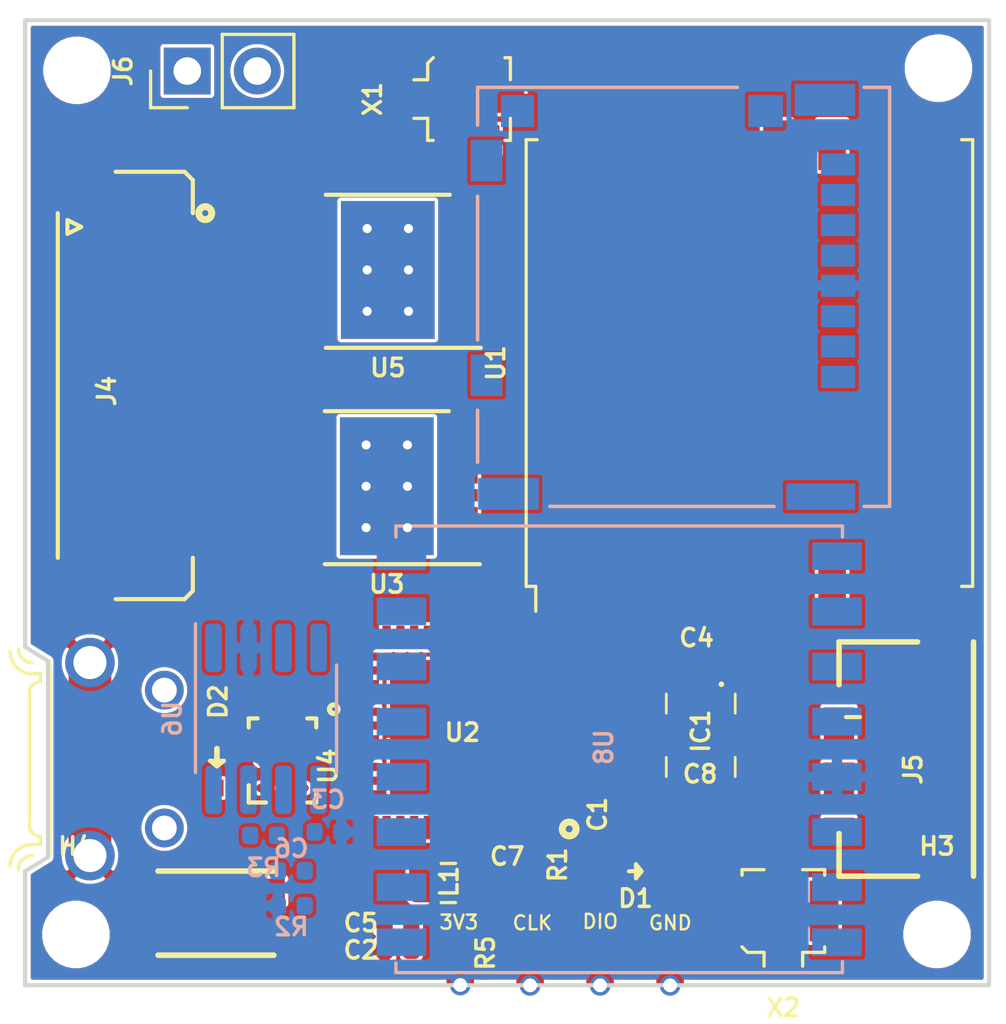
<source format=kicad_pcb>
(kicad_pcb (version 20211014) (generator pcbnew)
  (title_block (title "Project Title"))
  (layers (0 "F.Cu" power "Top") (1 "In1.Cu" mixed) (2 "In2.Cu" mixed) (31 "B.Cu" power "Bottom") (34 "B.Paste" user) (35 "F.Paste" user) (36 "B.SilkS" user "B.Silkscreen") (37 "F.SilkS" user "F.Silkscreen") (38 "B.Mask" user) (39 "F.Mask" user) (44 "Edge.Cuts" user))
  (net 0 "")
  (net 1 "GND")
  (net 2 "/USB+")
  (net 3 "/USB-")
  (net 4 "VUSB")
  (net 5 "/SWDIO")
  (net 6 "/SWCLK")
  (net 7 "/LED1")
  (net 8 "MISO")
  (net 9 "SCK")
  (net 10 "MOSI")
  (net 11 "SDA")
  (net 12 "SCL")
  (net 13 "Net-(J4-Pad1)")
  (net 14 "Net-(J5-Pad1)")
  (net 15 "Net-(U4-PadB1)")
  (net 16 "Net-(D1-Pad1)")
  (net 17 "PA23")
  (net 18 "PA22")
  (net 19 "PA21")
  (net 20 "TX")
  (net 21 "RX")
  (net 22 "Net-(L1-Pad1)")
  (net 23 "DAC0")
  (net 24 "+3V3")
  (net 25 "Net-(U2-Pad24)")
  (net 26 "Net-(U2-Pad23)")
  (net 27 "Net-(U2-Pad22)")
  (net 28 "Net-(U2-Pad20)")
  (net 29 "Net-(D2-Pad1)")
  (net 30 "Net-(J2-Pad4)")
  (net 31 "Net-(J3-Pad1)")
  (net 32 "Net-(U1-Pad9)")
  (net 33 "Net-(U1-Pad11)")
  (net 34 "Net-(U2-Pad37)")
  (net 35 "Net-(U2-Pad27)")
  (net 36 "Net-(U2-Pad16)")
  (net 37 "Net-(C2-Pad1)")
  (net 38 "Net-(U8-Pad7)")
  (net 39 "Net-(U2-Pad11)")
  (net 40 "Net-(U2-Pad28)")
  (net 41 "Net-(U2-Pad29)")
  (net 42 "RF_CS")
  (net 43 "RF_RST")
  (net 44 "RF_DIO3")
  (net 45 "RF_BUSY")
  (net 46 "RF_DIO0")
  (net 47 "RF_DIO1")
  (net 48 "RF_DIO2")
  (net 49 "PA04")
  (net 50 "DAC1")
  (net 51 "PA07")
  (net 52 "CS_IMU")
  (net 53 "Net-(IC1-Pad11)")
  (net 54 "Net-(IC1-Pad10)")
  (net 55 "Net-(IC1-Pad9)")
  (net 56 "Net-(IC1-Pad4)")
  (net 57 "Net-(J3-Pad8)")
  (net 58 "CS_SD")
  (net 59 "Net-(J4-Pad24)")
  (net 60 "Net-(J4-Pad23)")
  (net 61 "Net-(J4-Pad22)")
  (net 62 "Net-(J4-Pad21)")
  (net 63 "Net-(J4-Pad20)")
  (net 64 "Net-(J4-Pad19)")
  (net 65 "Net-(J4-Pad18)")
  (net 66 "Net-(J4-Pad17)")
  (net 67 "Net-(J4-Pad16)")
  (net 68 "Net-(J4-Pad15)")
  (net 69 "Net-(J4-Pad14)")
  (net 70 "Net-(J4-Pad13)")
  (net 71 "Net-(J4-Pad12)")
  (net 72 "Net-(J4-Pad11)")
  (net 73 "Net-(J4-Pad10)")
  (net 74 "Net-(J4-Pad9)")
  (net 75 "Net-(J4-Pad8)")
  (net 76 "Net-(J4-Pad7)")
  (net 77 "Net-(J4-Pad6)")
  (net 78 "Net-(J4-Pad5)")
  (net 79 "Net-(J4-Pad4)")
  (net 80 "Net-(J4-Pad3)")
  (net 81 "Net-(J4-Pad2)")
  (net 82 "Net-(U1-Pad16)")
  (net 83 "Net-(U1-Pad15)")
  (net 84 "Net-(U1-Pad14)")
  (net 85 "RF2_BUSY")
  (net 86 "Net-(U1-Pad7)")
  (net 87 "RF2_RST")
  (net 88 "CS_RF2")
  (net 89 "Net-(U8-Pad9)")
  (net 90 "CS_RF1")
  (net 91 "Net-(J5-Pad10)")
  (net 92 "Net-(J5-Pad9)")
  (net 93 "Net-(J5-Pad8)")
  (net 94 "Net-(J5-Pad7)")
  (net 95 "Net-(J5-Pad6)")
  (net 96 "Net-(J5-Pad5)")
  (net 97 "Net-(J5-Pad4)")
  (net 98 "Net-(J5-Pad3)")
  (net 99 "Net-(J5-Pad2)")
  (net 100 "Net-(U3-Pad17)")
  (net 101 "Net-(U3-Pad16)")
  (net 102 "Net-(U3-Pad15)")
  (net 103 "Net-(U3-Pad14)")
  (net 104 "Net-(U3-Pad13)")
  (net 105 "Net-(U3-Pad12)")
  (net 106 "Net-(U3-Pad11)")
  (net 107 "Net-(U3-Pad10)")
  (net 108 "Net-(U3-Pad9)")
  (net 109 "Net-(U3-Pad8)")
  (net 110 "Net-(U3-Pad7)")
  (net 111 "Net-(U3-Pad6)")
  (net 112 "Net-(U3-Pad5)")
  (net 113 "Net-(U3-Pad4)")
  (net 114 "Net-(U3-Pad3)")
  (net 115 "Net-(U3-Pad2)")
  (net 116 "Net-(U3-Pad1)")
  (net 117 "Net-(U5-Pad17)")
  (net 118 "Net-(U5-Pad16)")
  (net 119 "Net-(U5-Pad15)")
  (net 120 "Net-(U5-Pad14)")
  (net 121 "Net-(U5-Pad13)")
  (net 122 "Net-(U5-Pad12)")
  (net 123 "Net-(U5-Pad11)")
  (net 124 "Net-(U5-Pad10)")
  (net 125 "Net-(U5-Pad9)")
  (net 126 "Net-(U5-Pad8)")
  (net 127 "Net-(U5-Pad7)")
  (net 128 "Net-(U5-Pad6)")
  (net 129 "Net-(U5-Pad5)")
  (net 130 "Net-(U5-Pad4)")
  (net 131 "Net-(U5-Pad3)")
  (net 132 "Net-(U5-Pad2)")
  (net 133 "Net-(U5-Pad1)")
  (net 134 "Net-(R3-Pad2)")
  (net 135 "~{RESET}")
  (net 136 "WDT_WDI")
  (net 137 "Net-(U6-Pad5)")
  (net 138 "Net-(U6-Pad1)")
  (net 139 "BATT_N")
  (net 140 "BATT_P")
  (footprint "Adafruit Feather M4 Express:BTN_KMR2_4.6X2.8" (layer "F.Cu") (at 88.646 106.426)
    (fp_text reference "SW1" hide)
    (fp_text value "KMR231NG LFS" hide)
    (pad "A" smd rect locked (at 2.05 -0.8) (size 0.9 0.9) (layers "F.Cu" "F.Paste" "F.Mask") (net 135 "~{RESET}"))
    (pad "A'" smd rect locked (at -2.05 -0.8) (size 0.9 0.9) (layers "F.Cu" "F.Paste" "F.Mask") (net 135 "~{RESET}"))
    (pad "B" smd rect locked (at 2.05 0.8) (size 0.9 0.9) (layers "F.Cu" "F.Paste" "F.Mask") (net 1 "GND"))
    (pad "B'" smd rect locked (at -2.05 0.8) (size 0.9 0.9) (layers "F.Cu" "F.Paste" "F.Mask") (net 1 "GND"))
  )
  (footprint "ATSAMD51G19A-MU:QFN50P700X700X90-49N-D" (layer "F.Cu") (at 97.5868 99.8728 180)
    (fp_text reference "U2" (at 0 0 180) (layer "F.SilkS") (effects (font (size 0.635 0.635) (thickness 0.127))))
    (fp_text value "ATSAMD51G_TQFN48" hide)
    (pad "1" smd rect locked (at -3.45 -2.75 270) (size 0.3 0.85) (layers "F.Cu" "F.Paste" "F.Mask") (net 45 "RF_BUSY"))
    (pad "2" smd rect locked (at -3.45 -2.25 270) (size 0.3 0.85) (layers "F.Cu" "F.Paste" "F.Mask") (net 44 "RF_DIO3"))
    (pad "3" smd rect locked (at -3.45 -1.75 270) (size 0.3 0.85) (layers "F.Cu" "F.Paste" "F.Mask") (net 23 "DAC0"))
    (pad "4" smd rect locked (at -3.45 -1.25 270) (size 0.3 0.85) (layers "F.Cu" "F.Paste" "F.Mask") (net 24 "+3V3"))
    (pad "5" smd rect locked (at -3.45 -0.75 270) (size 0.3 0.85) (layers "F.Cu" "F.Paste" "F.Mask") (net 1 "GND"))
    (pad "6" smd rect locked (at -3.45 -0.25 270) (size 0.3 0.85) (layers "F.Cu" "F.Paste" "F.Mask") (net 24 "+3V3"))
    (pad "7" smd rect locked (at -3.45 0.25 270) (size 0.3 0.85) (layers "F.Cu" "F.Paste" "F.Mask") (net 20 "TX"))
    (pad "8" smd rect locked (at -3.45 0.75 270) (size 0.3 0.85) (layers "F.Cu" "F.Paste" "F.Mask") (net 21 "RX"))
    (pad "9" smd rect locked (at -3.45 1.25 270) (size 0.3 0.85) (layers "F.Cu" "F.Paste" "F.Mask") (net 49 "PA04"))
    (pad "10" smd rect locked (at -3.45 1.75 270) (size 0.3 0.85) (layers "F.Cu" "F.Paste" "F.Mask") (net 50 "DAC1"))
    (pad "11" smd rect locked (at -3.45 2.25 270) (size 0.3 0.85) (layers "F.Cu" "F.Paste" "F.Mask") (net 39 "Net-(U2-Pad11)"))
    (pad "12" smd rect locked (at -3.45 2.75 270) (size 0.3 0.85) (layers "F.Cu" "F.Paste" "F.Mask") (net 51 "PA07"))
    (pad "13" smd rect locked (at -2.75 3.45 180) (size 0.3 0.85) (layers "F.Cu" "F.Paste" "F.Mask") (net 10 "MOSI"))
    (pad "14" smd rect locked (at -2.25 3.45 180) (size 0.3 0.85) (layers "F.Cu" "F.Paste" "F.Mask") (net 9 "SCK"))
    (pad "15" smd rect locked (at -1.75 3.45 180) (size 0.3 0.85) (layers "F.Cu" "F.Paste" "F.Mask") (net 8 "MISO"))
    (pad "16" smd rect locked (at -1.25 3.45 180) (size 0.3 0.85) (layers "F.Cu" "F.Paste" "F.Mask") (net 36 "Net-(U2-Pad16)"))
    (pad "17" smd rect locked (at -0.75 3.45 180) (size 0.3 0.85) (layers "F.Cu" "F.Paste" "F.Mask") (net 24 "+3V3"))
    (pad "18" smd rect locked (at -0.25 3.45 180) (size 0.3 0.85) (layers "F.Cu" "F.Paste" "F.Mask") (net 1 "GND"))
    (pad "19" smd rect locked (at 0.25 3.45 180) (size 0.3 0.85) (layers "F.Cu" "F.Paste" "F.Mask") (net 42 "RF_CS"))
    (pad "20" smd rect locked (at 0.75 3.45 180) (size 0.3 0.85) (layers "F.Cu" "F.Paste" "F.Mask") (net 28 "Net-(U2-Pad20)"))
    (pad "21" smd rect locked (at 1.25 3.45 180) (size 0.3 0.85) (layers "F.Cu" "F.Paste" "F.Mask") (net 43 "RF_RST"))
    (pad "22" smd rect locked (at 1.75 3.45 180) (size 0.3 0.85) (layers "F.Cu" "F.Paste" "F.Mask") (net 27 "Net-(U2-Pad22)"))
    (pad "23" smd rect locked (at 2.25 3.45 180) (size 0.3 0.85) (layers "F.Cu" "F.Paste" "F.Mask") (net 26 "Net-(U2-Pad23)"))
    (pad "24" smd rect locked (at 2.75 3.45 180) (size 0.3 0.85) (layers "F.Cu" "F.Paste" "F.Mask") (net 25 "Net-(U2-Pad24)"))
    (pad "25" smd rect locked (at 3.45 2.75 270) (size 0.3 0.85) (layers "F.Cu" "F.Paste" "F.Mask") (net 11 "SDA"))
    (pad "26" smd rect locked (at 3.45 2.25 270) (size 0.3 0.85) (layers "F.Cu" "F.Paste" "F.Mask") (net 12 "SCL"))
    (pad "27" smd rect locked (at 3.45 1.75 270) (size 0.3 0.85) (layers "F.Cu" "F.Paste" "F.Mask") (net 35 "Net-(U2-Pad27)"))
    (pad "28" smd rect locked (at 3.45 1.25 270) (size 0.3 0.85) (layers "F.Cu" "F.Paste" "F.Mask") (net 40 "Net-(U2-Pad28)"))
    (pad "29" smd rect locked (at 3.45 0.75 270) (size 0.3 0.85) (layers "F.Cu" "F.Paste" "F.Mask") (net 41 "Net-(U2-Pad29)"))
    (pad "30" smd rect locked (at 3.45 0.25 270) (size 0.3 0.85) (layers "F.Cu" "F.Paste" "F.Mask") (net 19 "PA21"))
    (pad "31" smd rect locked (at 3.45 -0.25 270) (size 0.3 0.85) (layers "F.Cu" "F.Paste" "F.Mask") (net 18 "PA22"))
    (pad "32" smd rect locked (at 3.45 -0.75 270) (size 0.3 0.85) (layers "F.Cu" "F.Paste" "F.Mask") (net 17 "PA23"))
    (pad "33" smd rect locked (at 3.45 -1.25 270) (size 0.3 0.85) (layers "F.Cu" "F.Paste" "F.Mask") (net 3 "/USB-"))
    (pad "34" smd rect locked (at 3.45 -1.75 270) (size 0.3 0.85) (layers "F.Cu" "F.Paste" "F.Mask") (net 2 "/USB+"))
    (pad "35" smd rect locked (at 3.45 -2.25 270) (size 0.3 0.85) (layers "F.Cu" "F.Paste" "F.Mask") (net 1 "GND"))
    (pad "36" smd rect locked (at 3.45 -2.75 270) (size 0.3 0.85) (layers "F.Cu" "F.Paste" "F.Mask") (net 24 "+3V3"))
    (pad "37" smd rect locked (at 2.75 -3.45 180) (size 0.3 0.85) (layers "F.Cu" "F.Paste" "F.Mask") (net 34 "Net-(U2-Pad37)"))
    (pad "38" smd rect locked (at 2.25 -3.45 180) (size 0.3 0.85) (layers "F.Cu" "F.Paste" "F.Mask") (net 48 "RF_DIO2"))
    (pad "39" smd rect locked (at 1.75 -3.45 180) (size 0.3 0.85) (layers "F.Cu" "F.Paste" "F.Mask") (net 47 "RF_DIO1"))
    (pad "40" smd rect locked (at 1.25 -3.45 180) (size 0.3 0.85) (layers "F.Cu" "F.Paste" "F.Mask") (net 135 "~{RESET}"))
    (pad "41" smd rect locked (at 0.75 -3.45 180) (size 0.3 0.85) (layers "F.Cu" "F.Paste" "F.Mask") (net 37 "Net-(C2-Pad1)"))
    (pad "42" smd rect locked (at 0.25 -3.45 180) (size 0.3 0.85) (layers "F.Cu" "F.Paste" "F.Mask") (net 1 "GND"))
    (pad "43" smd rect locked (at -0.25 -3.45 180) (size 0.3 0.85) (layers "F.Cu" "F.Paste" "F.Mask") (net 22 "Net-(L1-Pad1)"))
    (pad "44" smd rect locked (at -0.75 -3.45 180) (size 0.3 0.85) (layers "F.Cu" "F.Paste" "F.Mask") (net 24 "+3V3"))
    (pad "45" smd rect locked (at -1.25 -3.45 180) (size 0.3 0.85) (layers "F.Cu" "F.Paste" "F.Mask") (net 6 "/SWCLK"))
    (pad "46" smd rect locked (at -1.75 -3.45 180) (size 0.3 0.85) (layers "F.Cu" "F.Paste" "F.Mask") (net 5 "/SWDIO"))
    (pad "47" smd rect locked (at -2.25 -3.45 180) (size 0.3 0.85) (layers "F.Cu" "F.Paste" "F.Mask") (net 46 "RF_DIO0"))
    (pad "48" smd rect locked (at -2.75 -3.45 180) (size 0.3 0.85) (layers "F.Cu" "F.Paste" "F.Mask") (net 7 "/LED1"))
    (pad "49" smd rect locked (at 0 0 180) (size 5.25 5.25) (layers "F.Cu" "F.Paste" "F.Mask") (net 1 "GND"))
  )
  (footprint "custom-footprints:10118194-0001LF" (layer "F.Cu") (at 84.074 100.838 -90)
    (fp_text reference "J2" hide)
    (fp_text value "10118194-0001LF" hide)
    (pad "1" smd rect locked (at -1.3 -2.675 90) (size 0.45 1.35) (layers "F.Cu" "F.Paste" "F.Mask") (net 4 "VUSB"))
    (pad "2" smd rect locked (at -0.65 -2.675 90) (size 0.45 1.35) (layers "F.Cu" "F.Paste" "F.Mask") (net 3 "/USB-"))
    (pad "3" smd rect locked (at 0 -2.675 90) (size 0.45 1.35) (layers "F.Cu" "F.Paste" "F.Mask") (net 2 "/USB+"))
    (pad "4" smd rect locked (at 0.65 -2.675 90) (size 0.45 1.35) (layers "F.Cu" "F.Paste" "F.Mask") (net 30 "Net-(J2-Pad4)"))
    (pad "5" smd rect locked (at 1.3 -2.675 90) (size 0.45 1.35) (layers "F.Cu" "F.Paste" "F.Mask") (net 1 "GND"))
    (pad "6" thru_hole circle locked (at -2.5 -2.7 270) (size 1.408 1.408) (drill 0.9) (layers *.Cu *.Mask))
    (pad "7" thru_hole circle locked (at 2.5 -2.7 270) (size 1.408 1.408) (drill 0.9) (layers *.Cu *.Mask))
    (pad "8" thru_hole circle locked (at -3.5 0 270) (size 1.8 1.8) (drill 1.2) (layers *.Cu *.Mask) (net 1 "GND"))
    (pad "9" thru_hole circle locked (at 3.5 0 270) (size 1.8 1.8) (drill 1.2) (layers *.Cu *.Mask) (net 1 "GND"))
    (pad "10" smd rect locked (at -1 0 270) (size 1.5 1.55) (layers "F.Cu" "F.Paste" "F.Mask"))
    (pad "11" smd rect locked (at 1 0 270) (size 1.5 1.55) (layers "F.Cu" "F.Paste" "F.Mask"))
    (pad "12" smd rect locked (at -3.05 0 270) (size 1.5 1.55) (layers "F.Cu" "F.Paste" "F.Mask"))
    (pad "13" smd rect locked (at 3.05 0 270) (size 1.5 1.55) (layers "F.Cu" "F.Paste" "F.Mask"))
  )
  (footprint "Diode_SMD:D_SOD-323" (layer "F.Cu") (at 88.6968 100.838 90)
    (fp_text reference "D2" (at 2.0828 0.0254 90) (layer "F.SilkS") (effects (font (size 0.635 0.635) (thickness 0.127))))
    (fp_text value "RB550V")
    (pad "1" smd rect locked (at -1.05 0 90) (size 0.6 0.45) (layers "F.Cu" "F.Paste" "F.Mask") (net 29 "Net-(D2-Pad1)"))
    (pad "2" smd rect locked (at 1.05 0 90) (size 0.6 0.45) (layers "F.Cu" "F.Paste" "F.Mask") (net 4 "VUSB"))
  )
  (footprint "custom-footprints:TPS82740ASIPR" (layer "F.Cu") (at 91.059 100.8888 90)
    (fp_text reference "U4" (at -0.2032 1.651 90) (layer "F.SilkS") (effects (font (size 0.635 0.635) (thickness 0.127))))
    (fp_text value "TPS82740BSIPR" hide)
    (pad "A1" smd circle locked (at -0.999998 -0.800001 90) (size 0.299999 0.299999) (layers "F.Cu") (net 29 "Net-(D2-Pad1)"))
    (pad "A2" smd circle locked (at 0 -0.800001 90) (size 0.299999 0.299999) (layers "F.Cu") (net 29 "Net-(D2-Pad1)"))
    (pad "A3" smd circle locked (at 1.000001 -0.800001 90) (size 0.299999 0.299999) (layers "F.Cu") (net 29 "Net-(D2-Pad1)"))
    (pad "B1" smd circle locked (at -0.999998 -0.000003 90) (size 0.299999 0.299999) (layers "F.Cu") (net 15 "Net-(U4-PadB1)"))
    (pad "B2" smd circle locked (at 0 0 90) (size 0.299999 0.299999) (layers "F.Cu") (net 1 "GND"))
    (pad "B3" smd circle locked (at 1.000001 -0.000003 90) (size 0.299999 0.299999) (layers "F.Cu") (net 29 "Net-(D2-Pad1)"))
    (pad "C1" smd circle locked (at -0.999998 0.799998 90) (size 0.299999 0.299999) (layers "F.Cu") (net 24 "+3V3"))
    (pad "C2" smd circle locked (at 0 0.799998 90) (size 0.299999 0.299999) (layers "F.Cu") (net 1 "GND"))
    (pad "C3" smd circle locked (at 1.000001 0.799998 90) (size 0.299999 0.299999) (layers "F.Cu") (net 29 "Net-(D2-Pad1)"))
  )
  (footprint "Capacitor_SMD:C_0402_1005Metric" (layer "F.Cu") (at 95.25 107.76712 180)
    (fp_text reference "C2" (at 1.3462 -0.0016 180) (layer "F.SilkS") (effects (font (size 0.635 0.635) (thickness 0.127))))
    (fp_text value "10uF")
    (pad "1" smd roundrect locked (at -0.485 0 180) (size 0.59 0.64) (layers "F.Cu" "F.Paste" "F.Mask") (net 37 "Net-(C2-Pad1)"))
    (pad "2" smd roundrect locked (at 0.485 0 180) (size 0.59 0.64) (layers "F.Cu" "F.Paste" "F.Mask") (net 1 "GND"))
  )
  (footprint "Capacitor_SMD:C_0402_1005Metric" (layer "F.Cu") (at 95.25 106.7816 180)
    (fp_text reference "C5" (at 1.3462 -0.0016 180) (layer "F.SilkS") (effects (font (size 0.635 0.635) (thickness 0.127))))
    (fp_text value "1uF")
    (pad "1" smd roundrect locked (at -0.485 0 180) (size 0.59 0.64) (layers "F.Cu" "F.Paste" "F.Mask") (net 37 "Net-(C2-Pad1)"))
    (pad "2" smd roundrect locked (at 0.485 0 180) (size 0.59 0.64) (layers "F.Cu" "F.Paste" "F.Mask") (net 1 "GND"))
  )
  (footprint "Inductor_SMD:L_0805_2012Metric" (layer "F.Cu") (at 97.0788 105.3338 180)
    (fp_text reference "L1" (at -0.0254 0.0508 270) (layer "F.SilkS") (effects (font (size 0.635 0.635) (thickness 0.127))))
    (fp_text value "10uH")
    (pad "1" smd roundrect locked (at -0.9375 0 180) (size 0.975 1.4) (layers "F.Cu" "F.Paste" "F.Mask") (net 22 "Net-(L1-Pad1)"))
    (pad "2" smd roundrect locked (at 0.9375 0 180) (size 0.975 1.4) (layers "F.Cu" "F.Paste" "F.Mask") (net 37 "Net-(C2-Pad1)"))
  )
  (footprint "Capacitor_SMD:C_0402_1005Metric" (layer "F.Cu") (at 99.2124 105.6132 -90)
    (fp_text reference "C7" (at -1.2446 0) (layer "F.SilkS") (effects (font (size 0.635 0.635) (thickness 0.127))))
    (fp_text value "10uF")
    (pad "1" smd roundrect locked (at -0.485 0 270) (size 0.59 0.64) (layers "F.Cu" "F.Paste" "F.Mask") (net 24 "+3V3"))
    (pad "2" smd roundrect locked (at 0.485 0 270) (size 0.59 0.64) (layers "F.Cu" "F.Paste" "F.Mask") (net 1 "GND"))
  )
  (footprint "Capacitor_SMD:C_0402_1005Metric" (layer "F.Cu") (at 103.28656 102.94874 -90)
    (fp_text reference "C1" (at -0.10414 0.79756 -90) (layer "F.SilkS") (effects (font (size 0.635 0.635) (thickness 0.127))))
    (fp_text value "0.1uF")
    (pad "1" smd roundrect locked (at -0.485 0 270) (size 0.59 0.64) (layers "F.Cu" "F.Paste" "F.Mask") (net 24 "+3V3"))
    (pad "2" smd roundrect locked (at 0.485 0 270) (size 0.59 0.64) (layers "F.Cu" "F.Paste" "F.Mask") (net 1 "GND"))
  )
  (footprint "Resistor_SMD:R_0402_1005Metric" (layer "F.Cu") (at 101.8286 104.4448 90)
    (fp_text reference "R1" (at -0.2286 -0.7874 90) (layer "F.SilkS") (effects (font (size 0.635 0.635) (thickness 0.127))))
    (fp_text value "330")
    (pad "1" smd roundrect locked (at -0.485 0 90) (size 0.59 0.64) (layers "F.Cu" "F.Paste" "F.Mask") (net 16 "Net-(D1-Pad1)"))
    (pad "2" smd roundrect locked (at 0.485 0 90) (size 0.59 0.64) (layers "F.Cu" "F.Paste" "F.Mask") (net 7 "/LED1"))
  )
  (footprint "custom-footprints:castellated_small_1side" (layer "F.Cu") (at 100.04298 107.6579 -90)
    (fp_text reference "J28" hide)
    (fp_text value "Conn_01x01")
    (pad "1" thru_hole circle locked (at 1.387 0 270) (size 0.75 0.75) (drill 0.5) (layers *.Cu *.Mask) (net 6 "/SWCLK"))
    (pad "1" smd custom locked (at 0.762 0 270) (size 1.25 1) (layers "F.Cu" "F.Paste" "F.Mask") (net 6 "/SWCLK") (options (clearance outline) (anchor rect)) (primitives (gr_circle (center -0.625 0) (end -0.125 0) (width 0) (fill yes))))
  )
  (footprint "custom-footprints:castellated_small_1side" (layer "F.Cu") (at 102.58298 107.6579 -90)
    (fp_text reference "J1" hide)
    (fp_text value "Conn_01x01")
    (pad "1" smd custom locked (at 0.762 0 270) (size 1.25 1) (layers "F.Cu" "F.Paste" "F.Mask") (net 5 "/SWDIO") (options (clearance outline) (anchor rect)) (primitives (gr_circle (center -0.625 0) (end -0.125 0) (width 0) (fill yes))))
    (pad "1" thru_hole circle locked (at 1.387 0 270) (size 0.75 0.75) (drill 0.5) (layers *.Cu *.Mask) (net 5 "/SWDIO"))
  )
  (footprint "Resistor_SMD:R_0402_1005Metric" (layer "F.Cu") (at 99.0092 107.91952 -90)
    (fp_text reference "R5" (at -0.04572 0.5842 90) (layer "F.SilkS") (effects (font (size 0.635 0.635) (thickness 0.127))))
    (fp_text value "10K")
    (pad "1" smd roundrect locked (at -0.485 0 270) (size 0.59 0.64) (layers "F.Cu" "F.Paste" "F.Mask") (net 24 "+3V3"))
    (pad "2" smd roundrect locked (at 0.485 0 270) (size 0.59 0.64) (layers "F.Cu" "F.Paste" "F.Mask") (net 6 "/SWCLK"))
  )
  (footprint "custom-footprints:castellated_small_1side" (layer "F.Cu") (at 97.5106 107.6452 -90)
    (fp_text reference "J29" hide)
    (fp_text value "Conn_01x01")
    (pad "1" thru_hole circle locked (at 1.387 0 270) (size 0.75 0.75) (drill 0.5) (layers *.Cu *.Mask) (net 24 "+3V3"))
    (pad "1" smd custom locked (at 0.762 0 270) (size 1.25 1) (layers "F.Cu" "F.Paste" "F.Mask") (net 24 "+3V3") (options (clearance outline) (anchor rect)) (primitives (gr_circle (center -0.625 0) (end -0.125 0) (width 0) (fill yes))))
  )
  (footprint "custom-footprints:castellated_small_1side" (layer "F.Cu") (at 105.12298 107.6579 -90)
    (fp_text reference "J30" hide)
    (fp_text value "Conn_01x01")
    (pad "1" thru_hole circle locked (at 1.387 0 270) (size 0.75 0.75) (drill 0.5) (layers *.Cu *.Mask) (net 1 "GND"))
    (pad "1" smd custom locked (at 0.762 0 270) (size 1.25 1) (layers "F.Cu" "F.Paste" "F.Mask") (net 1 "GND") (options (clearance outline) (anchor rect)) (primitives (gr_circle (center -0.625 0) (end -0.125 0) (width 0) (fill yes))))
  )
  (footprint "LED_SMD:LED_0603_1608Metric" (layer "F.Cu") (at 103.8606 104.9274)
    (fp_text reference "D1" (at 0.00762 0.9652 180) (layer "F.SilkS") (effects (font (size 0.635 0.635) (thickness 0.127))))
    (fp_text value "GREEN")
    (pad "1" smd roundrect locked (at -0.7875 0) (size 0.875 0.95) (layers "F.Cu" "F.Paste" "F.Mask") (net 16 "Net-(D1-Pad1)"))
    (pad "2" smd roundrect locked (at 0.7875 0) (size 0.875 0.95) (layers "F.Cu" "F.Paste" "F.Mask") (net 1 "GND"))
  )
  (footprint "custom-footprints:BMX160" (layer "F.Cu") (at 106.2355 99.9744 90)
    (fp_text reference "IC1" (at 0.15 0 90) (layer "F.SilkS") (effects (font (size 0.635 0.635) (thickness 0.127))))
    (fp_text value "BMX160" hide)
    (pad "1" smd rect locked (at 1.262 0.75 180) (size 0.25 0.675) (layers "F.Cu" "F.Paste" "F.Mask") (net 8 "MISO"))
    (pad "2" smd rect locked (at 1.262 0.25 180) (size 0.25 0.675) (layers "F.Cu" "F.Paste" "F.Mask") (net 1 "GND"))
    (pad "3" smd rect locked (at 1.262 -0.25 180) (size 0.25 0.675) (layers "F.Cu" "F.Paste" "F.Mask") (net 1 "GND"))
    (pad "4" smd rect locked (at 1.262 -0.75 180) (size 0.25 0.675) (layers "F.Cu" "F.Paste" "F.Mask") (net 56 "Net-(IC1-Pad4)"))
    (pad "5" smd rect locked (at 0.5 -1.012 90) (size 0.25 0.675) (layers "F.Cu" "F.Paste" "F.Mask") (net 24 "+3V3"))
    (pad "6" smd rect locked (at 0 -1.012 90) (size 0.25 0.675) (layers "F.Cu" "F.Paste" "F.Mask") (net 1 "GND"))
    (pad "7" smd rect locked (at -0.5 -1.012 90) (size 0.25 0.675) (layers "F.Cu" "F.Paste" "F.Mask") (net 1 "GND"))
    (pad "8" smd rect locked (at -1.262 -0.75 180) (size 0.25 0.675) (layers "F.Cu" "F.Paste" "F.Mask") (net 24 "+3V3"))
    (pad "9" smd rect locked (at -1.262 -0.25 180) (size 0.25 0.675) (layers "F.Cu" "F.Paste" "F.Mask") (net 55 "Net-(IC1-Pad9)"))
    (pad "10" smd rect locked (at -1.262 0.25 180) (size 0.25 0.675) (layers "F.Cu" "F.Paste" "F.Mask") (net 54 "Net-(IC1-Pad10)"))
    (pad "11" smd rect locked (at -1.262 0.75 180) (size 0.25 0.675) (layers "F.Cu" "F.Paste" "F.Mask") (net 53 "Net-(IC1-Pad11)"))
    (pad "12" smd rect locked (at -0.5 1.012 90) (size 0.25 0.675) (layers "F.Cu" "F.Paste" "F.Mask") (net 52 "CS_IMU"))
    (pad "13" smd rect locked (at 0 1.012 90) (size 0.25 0.675) (layers "F.Cu" "F.Paste" "F.Mask") (net 9 "SCK"))
    (pad "14" smd rect locked (at 0.5 1.012 90) (size 0.25 0.675) (layers "F.Cu" "F.Paste" "F.Mask") (net 10 "MOSI"))
  )
  (footprint "RF_Module:HOPERF_RFM9XW_SMD" (layer "F.Cu") (at 108.0008 86.4743 90)
    (fp_text reference "U1" (at 0 -9.2 90) (layer "F.SilkS") (effects (font (size 0.635 0.635) (thickness 0.127))))
    (fp_text value "RFM95W-915S2")
    (pad "1" smd rect locked (at -7.9 -7 90) (size 1.8 1) (layers "F.Cu" "F.Paste" "F.Mask") (net 1 "GND"))
    (pad "2" smd rect locked (at -7.9 -5 90) (size 1.8 1) (layers "F.Cu" "F.Paste" "F.Mask") (net 8 "MISO"))
    (pad "3" smd rect locked (at -7.9 -3 90) (size 1.8 1) (layers "F.Cu" "F.Paste" "F.Mask") (net 10 "MOSI"))
    (pad "4" smd rect locked (at -7.9 -1 90) (size 1.8 1) (layers "F.Cu" "F.Paste" "F.Mask") (net 9 "SCK"))
    (pad "5" smd rect locked (at -7.9 1 90) (size 1.8 1) (layers "F.Cu" "F.Paste" "F.Mask") (net 88 "CS_RF2"))
    (pad "6" smd rect locked (at -7.9 3 90) (size 1.8 1) (layers "F.Cu" "F.Paste" "F.Mask") (net 87 "RF2_RST"))
    (pad "7" smd rect locked (at -7.9 5 90) (size 1.8 1) (layers "F.Cu" "F.Paste" "F.Mask") (net 86 "Net-(U1-Pad7)"))
    (pad "8" smd rect locked (at -7.9 7 90) (size 1.8 1) (layers "F.Cu" "F.Paste" "F.Mask") (net 1 "GND"))
    (pad "9" smd rect locked (at 7.9 7 90) (size 1.8 1) (layers "F.Cu" "F.Paste" "F.Mask") (net 32 "Net-(U1-Pad9)"))
    (pad "10" smd rect locked (at 7.9 5 90) (size 1.8 1) (layers "F.Cu" "F.Paste" "F.Mask") (net 1 "GND"))
    (pad "11" smd rect locked (at 7.9 3 90) (size 1.8 1) (layers "F.Cu" "F.Paste" "F.Mask") (net 33 "Net-(U1-Pad11)"))
    (pad "12" smd rect locked (at 7.9 1 90) (size 1.8 1) (layers "F.Cu" "F.Paste" "F.Mask") (net 85 "RF2_BUSY"))
    (pad "13" smd rect locked (at 7.9 -1 90) (size 1.8 1) (layers "F.Cu" "F.Paste" "F.Mask") (net 24 "+3V3"))
    (pad "14" smd rect locked (at 7.9 -3 90) (size 1.8 1) (layers "F.Cu" "F.Paste" "F.Mask") (net 84 "Net-(U1-Pad14)"))
    (pad "15" smd rect locked (at 7.9 -5 90) (size 1.8 1) (layers "F.Cu" "F.Paste" "F.Mask") (net 83 "Net-(U1-Pad15)"))
    (pad "16" smd rect locked (at 7.9 -7 90) (size 1.8 1) (layers "F.Cu" "F.Paste" "F.Mask") (net 82 "Net-(U1-Pad16)"))
  )
  (footprint "MountingHole:MountingHole_2.2mm_M2" (layer "F.Cu") (at 114.8588 75.7809)
    (fp_text reference "H1" hide)
    (fp_text value "MountingHole")
    (pad "" np_thru_hole circle locked (at 0 0) (size 2.2 2.2) (drill 2.2) (layers *.Cu *.Mask))
  )
  (footprint "MountingHole:MountingHole_2.2mm_M2" (layer "F.Cu") (at 83.6041 75.8571)
    (fp_text reference "H2" hide)
    (fp_text value "MountingHole")
    (pad "" np_thru_hole circle locked (at 0 0) (size 2.2 2.2) (drill 2.2) (layers *.Cu *.Mask))
  )
  (footprint "MountingHole:MountingHole_2.2mm_M2" (layer "F.Cu") (at 114.808 107.2007)
    (fp_text reference "H3" (at 0 -3.2) (layer "F.SilkS") (effects (font (size 0.635 0.635) (thickness 0.127))))
    (fp_text value "MountingHole")
    (pad "" np_thru_hole circle locked (at 0 0) (size 2.2 2.2) (drill 2.2) (layers *.Cu *.Mask))
  )
  (footprint "MountingHole:MountingHole_2.2mm_M2" (layer "F.Cu") (at 83.566 107.2007)
    (fp_text reference "H4" (at 0 -3.2) (layer "F.SilkS") (effects (font (size 0.635 0.635) (thickness 0.127))))
    (fp_text value "MountingHole")
    (pad "" np_thru_hole circle locked (at 0 0) (size 2.2 2.2) (drill 2.2) (layers *.Cu *.Mask))
  )
  (footprint "custom-footprints:XF2M-2415-1A" (layer "F.Cu") (at 87.757 87.2871 -90)
    (fp_text reference "J4" (at 0.2 3.075 -90) (layer "F.SilkS") (effects (font (size 0.635 0.635) (thickness 0.127))))
    (fp_text value "xf2m-2415-1a" hide)
    (pad "1" smd rect locked (at -5.75 0 270) (size 0.25 1.1) (layers "F.Cu" "F.Paste" "F.Mask") (net 13 "Net-(J4-Pad1)"))
    (pad "2" smd rect locked (at -5.25 0 270) (size 0.25 1.1) (layers "F.Cu" "F.Paste" "F.Mask") (net 81 "Net-(J4-Pad2)"))
    (pad "3" smd rect locked (at -4.75 0 270) (size 0.25 1.1) (layers "F.Cu" "F.Paste" "F.Mask") (net 80 "Net-(J4-Pad3)"))
    (pad "4" smd rect locked (at -4.25 0 270) (size 0.25 1.1) (layers "F.Cu" "F.Paste" "F.Mask") (net 79 "Net-(J4-Pad4)"))
    (pad "5" smd rect locked (at -3.75 0 270) (size 0.25 1.1) (layers "F.Cu" "F.Paste" "F.Mask") (net 78 "Net-(J4-Pad5)"))
    (pad "6" smd rect locked (at -3.25 0 270) (size 0.25 1.1) (layers "F.Cu" "F.Paste" "F.Mask") (net 77 "Net-(J4-Pad6)"))
    (pad "7" smd rect locked (at -2.75 0 270) (size 0.25 1.1) (layers "F.Cu" "F.Paste" "F.Mask") (net 76 "Net-(J4-Pad7)"))
    (pad "8" smd rect locked (at -2.25 0 270) (size 0.25 1.1) (layers "F.Cu" "F.Paste" "F.Mask") (net 75 "Net-(J4-Pad8)"))
    (pad "9" smd rect locked (at -1.75 0 270) (size 0.25 1.1) (layers "F.Cu" "F.Paste" "F.Mask") (net 74 "Net-(J4-Pad9)"))
    (pad "10" smd rect locked (at -1.25 0 270) (size 0.25 1.1) (layers "F.Cu" "F.Paste" "F.Mask") (net 73 "Net-(J4-Pad10)"))
    (pad "11" smd rect locked (at -0.75 0 270) (size 0.25 1.1) (layers "F.Cu" "F.Paste" "F.Mask") (net 72 "Net-(J4-Pad11)"))
    (pad "12" smd rect locked (at -0.25 0 270) (size 0.25 1.1) (layers "F.Cu" "F.Paste" "F.Mask") (net 71 "Net-(J4-Pad12)"))
    (pad "13" smd rect locked (at 0.25 0 270) (size 0.25 1.1) (layers "F.Cu" "F.Paste" "F.Mask") (net 70 "Net-(J4-Pad13)"))
    (pad "14" smd rect locked (at 0.75 0 270) (size 0.25 1.1) (layers "F.Cu" "F.Paste" "F.Mask") (net 69 "Net-(J4-Pad14)"))
    (pad "15" smd rect locked (at 1.25 0 270) (size 0.25 1.1) (layers "F.Cu" "F.Paste" "F.Mask") (net 68 "Net-(J4-Pad15)"))
    (pad "16" smd rect locked (at 1.75 0 270) (size 0.25 1.1) (layers "F.Cu" "F.Paste" "F.Mask") (net 67 "Net-(J4-Pad16)"))
    (pad "17" smd rect locked (at 2.25 0 270) (size 0.25 1.1) (layers "F.Cu" "F.Paste" "F.Mask") (net 66 "Net-(J4-Pad17)"))
    (pad "18" smd rect locked (at 2.75 0 270) (size 0.25 1.1) (layers "F.Cu" "F.Paste" "F.Mask") (net 65 "Net-(J4-Pad18)"))
    (pad "19" smd rect locked (at 3.25 0 270) (size 0.25 1.1) (layers "F.Cu" "F.Paste" "F.Mask") (net 64 "Net-(J4-Pad19)"))
    (pad "20" smd rect locked (at 3.75 0 270) (size 0.25 1.1) (layers "F.Cu" "F.Paste" "F.Mask") (net 63 "Net-(J4-Pad20)"))
    (pad "21" smd rect locked (at 4.25 0 270) (size 0.25 1.1) (layers "F.Cu" "F.Paste" "F.Mask") (net 62 "Net-(J4-Pad21)"))
    (pad "22" smd rect locked (at 4.75 0 270) (size 0.25 1.1) (layers "F.Cu" "F.Paste" "F.Mask") (net 61 "Net-(J4-Pad22)"))
    (pad "23" smd rect locked (at 5.25 0 270) (size 0.25 1.1) (layers "F.Cu" "F.Paste" "F.Mask") (net 60 "Net-(J4-Pad23)"))
    (pad "24" smd rect locked (at 5.75 0 270) (size 0.25 1.1) (layers "F.Cu" "F.Paste" "F.Mask") (net 59 "Net-(J4-Pad24)"))
    (pad "25" smd rect locked (at -7.4 3.9) (size 1.5 1.7) (layers "F.Cu" "F.Paste" "F.Mask"))
    (pad "26" smd rect locked (at 7.4 3.9) (size 1.5 1.7) (layers "F.Cu" "F.Paste" "F.Mask"))
  )
  (footprint "custom-footprints:XF2M-1015-1A" (layer "F.Cu") (at 111.252 100.838 90)
    (fp_text reference "J5" (at -0.37186 2.68404 90) (layer "F.SilkS") (effects (font (size 0.635 0.635) (thickness 0.127))))
    (fp_text value "XF2M-1015-1A" hide)
    (pad "1" smd rect locked (at -2.25 0 90) (size 0.25 1.1) (layers "F.Cu" "F.Paste" "F.Mask") (net 14 "Net-(J5-Pad1)"))
    (pad "2" smd rect locked (at -1.75 0 90) (size 0.25 1.1) (layers "F.Cu" "F.Paste" "F.Mask") (net 99 "Net-(J5-Pad2)"))
    (pad "3" smd rect locked (at -1.25 0 90) (size 0.25 1.1) (layers "F.Cu" "F.Paste" "F.Mask") (net 98 "Net-(J5-Pad3)"))
    (pad "4" smd rect locked (at -0.75 0 90) (size 0.25 1.1) (layers "F.Cu" "F.Paste" "F.Mask") (net 97 "Net-(J5-Pad4)"))
    (pad "5" smd rect locked (at -0.25 0 90) (size 0.25 1.1) (layers "F.Cu" "F.Paste" "F.Mask") (net 96 "Net-(J5-Pad5)"))
    (pad "6" smd rect locked (at 0.25 0 90) (size 0.25 1.1) (layers "F.Cu" "F.Paste" "F.Mask") (net 95 "Net-(J5-Pad6)"))
    (pad "7" smd rect locked (at 0.75 0 90) (size 0.25 1.1) (layers "F.Cu" "F.Paste" "F.Mask") (net 94 "Net-(J5-Pad7)"))
    (pad "8" smd rect locked (at 1.25 0 90) (size 0.25 1.1) (layers "F.Cu" "F.Paste" "F.Mask") (net 93 "Net-(J5-Pad8)"))
    (pad "9" smd rect locked (at 1.75 0 90) (size 0.25 1.1) (layers "F.Cu" "F.Paste" "F.Mask") (net 92 "Net-(J5-Pad9)"))
    (pad "10" smd rect locked (at 2.25 0 90) (size 0.25 1.1) (layers "F.Cu" "F.Paste" "F.Mask") (net 91 "Net-(J5-Pad10)"))
    (pad "11" smd rect locked (at -3.9 3.9 180) (size 1.5 1.7) (layers "F.Cu" "F.Paste" "F.Mask"))
    (pad "12" smd rect locked (at 3.9 3.9 180) (size 1.5 1.7) (layers "F.Cu" "F.Paste" "F.Mask"))
  )
  (footprint "Connector_Coaxial:U.FL_Molex_MCRF_73412-0110_Vertical" (layer "F.Cu") (at 97.8281 76.8985 -90)
    (fp_text reference "X1" (at 0 3.5 90) (layer "F.SilkS") (effects (font (size 0.635 0.635) (thickness 0.127))))
    (fp_text value "ANTENNA_U.FL")
    (pad "1" smd rect locked (at 0 1.5 270) (size 1 1) (layers "F.Cu" "F.Paste" "F.Mask") (net 1 "GND"))
    (pad "2" smd rect locked (at -1.475 0 270) (size 1.05 2.2) (layers "F.Cu" "F.Paste" "F.Mask") (net 1 "GND"))
    (pad "2" smd rect locked (at 0 -1.5 270) (size 1 1) (layers "F.Cu" "F.Paste" "F.Mask") (net 1 "GND"))
    (pad "2" smd rect locked (at 1.475 0 270) (size 1.05 2.2) (layers "F.Cu" "F.Paste" "F.Mask") (net 1 "GND"))
  )
  (footprint "Connector_Coaxial:U.FL_Molex_MCRF_73412-0110_Vertical" (layer "F.Cu") (at 109.2327 106.3498)
    (fp_text reference "X2" (at 0 3.5) (layer "F.SilkS") (effects (font (size 0.635 0.635) (thickness 0.127))))
    (fp_text value "ANTENNA_U.FL")
    (pad "1" smd rect locked (at 0 1.5) (size 1 1) (layers "F.Cu" "F.Paste" "F.Mask") (net 1 "GND"))
    (pad "2" smd rect locked (at 1.475 0) (size 1.05 2.2) (layers "F.Cu" "F.Paste" "F.Mask") (net 1 "GND"))
    (pad "2" smd rect locked (at -1.475 0) (size 1.05 2.2) (layers "F.Cu" "F.Paste" "F.Mask") (net 1 "GND"))
    (pad "2" smd rect locked (at 0 -1.5) (size 1 1) (layers "F.Cu" "F.Paste" "F.Mask") (net 1 "GND"))
  )
  (footprint "Capacitor_SMD:C_0402_1005Metric" (layer "F.Cu") (at 106.0831 97.6122)
    (fp_text reference "C4" (at 0 -1.17) (layer "F.SilkS") (effects (font (size 0.635 0.635) (thickness 0.127))))
    (fp_text value "0.1uF")
    (pad "1" smd roundrect locked (at -0.485 0) (size 0.59 0.64) (layers "F.Cu" "F.Paste" "F.Mask") (net 24 "+3V3"))
    (pad "2" smd roundrect locked (at 0.485 0) (size 0.59 0.64) (layers "F.Cu" "F.Paste" "F.Mask") (net 1 "GND"))
  )
  (footprint "Capacitor_SMD:C_0402_1005Metric" (layer "F.Cu") (at 106.2101 102.5525)
    (fp_text reference "C8" (at 0 -1.17) (layer "F.SilkS") (effects (font (size 0.635 0.635) (thickness 0.127))))
    (fp_text value "0.1uF")
    (pad "1" smd roundrect locked (at -0.485 0) (size 0.59 0.64) (layers "F.Cu" "F.Paste" "F.Mask") (net 24 "+3V3"))
    (pad "2" smd roundrect locked (at 0.485 0) (size 0.59 0.64) (layers "F.Cu" "F.Paste" "F.Mask") (net 1 "GND"))
  )
  (footprint "Connector_PinHeader_2.54mm:PinHeader_1x02_P2.54mm_Vertical" (layer "F.Cu") (at 87.6046 75.8825 90)
    (fp_text reference "J6" (at 0 -2.33 90) (layer "F.SilkS") (effects (font (size 0.635 0.635) (thickness 0.127))))
    (fp_text value "Conn_01x02")
    (pad "1" thru_hole rect locked (at 0 0 90) (size 1.7 1.7) (drill 1) (layers *.Cu *.Mask) (net 140 "BATT_P"))
    (pad "2" thru_hole oval locked (at 0 2.54 90) (size 1.7 1.7) (drill 1) (layers *.Cu *.Mask) (net 139 "BATT_N"))
  )
  (footprint "Package_SO:HTSSOP-16-1EP_4.4x5mm_P0.65mm_EP3.4x5mm_Mask2.46x2.31mm_ThermalVias" (layer "F.Cu") (at 94.8817 83.0961 180)
    (fp_text reference "U5" (at 0 -3.55) (layer "F.SilkS") (effects (font (size 0.635 0.635) (thickness 0.127))))
    (fp_text value "DRV8833PWP")
    (pad "1" smd rect locked (at -2.775 -2.275 180) (size 1.05 0.45) (layers "F.Cu" "F.Paste" "F.Mask") (net 133 "Net-(U5-Pad1)"))
    (pad "2" smd rect locked (at -2.775 -1.625 180) (size 1.05 0.45) (layers "F.Cu" "F.Paste" "F.Mask") (net 132 "Net-(U5-Pad2)"))
    (pad "3" smd rect locked (at -2.775 -0.975 180) (size 1.05 0.45) (layers "F.Cu" "F.Paste" "F.Mask") (net 131 "Net-(U5-Pad3)"))
    (pad "4" smd rect locked (at -2.775 -0.325 180) (size 1.05 0.45) (layers "F.Cu" "F.Paste" "F.Mask") (net 130 "Net-(U5-Pad4)"))
    (pad "5" smd rect locked (at -2.775 0.325 180) (size 1.05 0.45) (layers "F.Cu" "F.Paste" "F.Mask") (net 129 "Net-(U5-Pad5)"))
    (pad "6" smd rect locked (at -2.775 0.975 180) (size 1.05 0.45) (layers "F.Cu" "F.Paste" "F.Mask") (net 128 "Net-(U5-Pad6)"))
    (pad "7" smd rect locked (at -2.775 1.625 180) (size 1.05 0.45) (layers "F.Cu" "F.Paste" "F.Mask") (net 127 "Net-(U5-Pad7)"))
    (pad "8" smd rect locked (at -2.775 2.275 180) (size 1.05 0.45) (layers "F.Cu" "F.Paste" "F.Mask") (net 126 "Net-(U5-Pad8)"))
    (pad "9" smd rect locked (at 2.775 2.275 180) (size 1.05 0.45) (layers "F.Cu" "F.Paste" "F.Mask") (net 125 "Net-(U5-Pad9)"))
    (pad "10" smd rect locked (at 2.775 1.625 180) (size 1.05 0.45) (layers "F.Cu" "F.Paste" "F.Mask") (net 124 "Net-(U5-Pad10)"))
    (pad "11" smd rect locked (at 2.775 0.975 180) (size 1.05 0.45) (layers "F.Cu" "F.Paste" "F.Mask") (net 123 "Net-(U5-Pad11)"))
    (pad "12" smd rect locked (at 2.775 0.325 180) (size 1.05 0.45) (layers "F.Cu" "F.Paste" "F.Mask") (net 122 "Net-(U5-Pad12)"))
    (pad "13" smd rect locked (at 2.775 -0.325 180) (size 1.05 0.45) (layers "F.Cu" "F.Paste" "F.Mask") (net 121 "Net-(U5-Pad13)"))
    (pad "14" smd rect locked (at 2.775 -0.975 180) (size 1.05 0.45) (layers "F.Cu" "F.Paste" "F.Mask") (net 120 "Net-(U5-Pad14)"))
    (pad "15" smd rect locked (at 2.775 -1.625 180) (size 1.05 0.45) (layers "F.Cu" "F.Paste" "F.Mask") (net 119 "Net-(U5-Pad15)"))
    (pad "16" smd rect locked (at 2.775 -2.275 180) (size 1.05 0.45) (layers "F.Cu" "F.Paste" "F.Mask") (net 118 "Net-(U5-Pad16)"))
    (pad "17" smd rect locked (at 0 0 180) (size 3.4 5) (layers "B.Cu") (net 117 "Net-(U5-Pad17)"))
    (pad "17" thru_hole circle locked (at 0.75 1.5 180) (size 0.75 0.75) (drill 0.33) (layers *.Cu) (net 117 "Net-(U5-Pad17)"))
    (pad "17" thru_hole circle locked (at 0.75 -1.5 180) (size 0.75 0.75) (drill 0.33) (layers *.Cu) (net 117 "Net-(U5-Pad17)"))
    (pad "17" thru_hole circle locked (at -0.75 -1.5 180) (size 0.75 0.75) (drill 0.33) (layers *.Cu) (net 117 "Net-(U5-Pad17)"))
    (pad "17" thru_hole circle locked (at -0.75 1.5 180) (size 0.75 0.75) (drill 0.33) (layers *.Cu) (net 117 "Net-(U5-Pad17)"))
    (pad "17" smd rect locked (at 0 0 180) (size 3.4 5) (layers "F.Cu") (net 117 "Net-(U5-Pad17)"))
    (pad "17" thru_hole circle locked (at 0.75 0 180) (size 0.75 0.75) (drill 0.33) (layers *.Cu) (net 117 "Net-(U5-Pad17)"))
    (pad "17" thru_hole circle locked (at -0.75 0 180) (size 0.75 0.75) (drill 0.33) (layers *.Cu) (net 117 "Net-(U5-Pad17)"))
  )
  (footprint "Package_SO:HTSSOP-16-1EP_4.4x5mm_P0.65mm_EP3.4x5mm_Mask2.46x2.31mm_ThermalVias" (layer "F.Cu") (at 94.8436 90.9447 180)
    (fp_text reference "U3" (at 0 -3.55) (layer "F.SilkS") (effects (font (size 0.635 0.635) (thickness 0.127))))
    (fp_text value "DRV8833PWP")
    (pad "1" smd rect locked (at -2.775 -2.275 180) (size 1.05 0.45) (layers "F.Cu" "F.Paste" "F.Mask") (net 116 "Net-(U3-Pad1)"))
    (pad "2" smd rect locked (at -2.775 -1.625 180) (size 1.05 0.45) (layers "F.Cu" "F.Paste" "F.Mask") (net 115 "Net-(U3-Pad2)"))
    (pad "3" smd rect locked (at -2.775 -0.975 180) (size 1.05 0.45) (layers "F.Cu" "F.Paste" "F.Mask") (net 114 "Net-(U3-Pad3)"))
    (pad "4" smd rect locked (at -2.775 -0.325 180) (size 1.05 0.45) (layers "F.Cu" "F.Paste" "F.Mask") (net 113 "Net-(U3-Pad4)"))
    (pad "5" smd rect locked (at -2.775 0.325 180) (size 1.05 0.45) (layers "F.Cu" "F.Paste" "F.Mask") (net 112 "Net-(U3-Pad5)"))
    (pad "6" smd rect locked (at -2.775 0.975 180) (size 1.05 0.45) (layers "F.Cu" "F.Paste" "F.Mask") (net 111 "Net-(U3-Pad6)"))
    (pad "7" smd rect locked (at -2.775 1.625 180) (size 1.05 0.45) (layers "F.Cu" "F.Paste" "F.Mask") (net 110 "Net-(U3-Pad7)"))
    (pad "8" smd rect locked (at -2.775 2.275 180) (size 1.05 0.45) (layers "F.Cu" "F.Paste" "F.Mask") (net 109 "Net-(U3-Pad8)"))
    (pad "9" smd rect locked (at 2.775 2.275 180) (size 1.05 0.45) (layers "F.Cu" "F.Paste" "F.Mask") (net 108 "Net-(U3-Pad9)"))
    (pad "10" smd rect locked (at 2.775 1.625 180) (size 1.05 0.45) (layers "F.Cu" "F.Paste" "F.Mask") (net 107 "Net-(U3-Pad10)"))
    (pad "11" smd rect locked (at 2.775 0.975 180) (size 1.05 0.45) (layers "F.Cu" "F.Paste" "F.Mask") (net 106 "Net-(U3-Pad11)"))
    (pad "12" smd rect locked (at 2.775 0.325 180) (size 1.05 0.45) (layers "F.Cu" "F.Paste" "F.Mask") (net 105 "Net-(U3-Pad12)"))
    (pad "13" smd rect locked (at 2.775 -0.325 180) (size 1.05 0.45) (layers "F.Cu" "F.Paste" "F.Mask") (net 104 "Net-(U3-Pad13)"))
    (pad "14" smd rect locked (at 2.775 -0.975 180) (size 1.05 0.45) (layers "F.Cu" "F.Paste" "F.Mask") (net 103 "Net-(U3-Pad14)"))
    (pad "15" smd rect locked (at 2.775 -1.625 180) (size 1.05 0.45) (layers "F.Cu" "F.Paste" "F.Mask") (net 102 "Net-(U3-Pad15)"))
    (pad "16" smd rect locked (at 2.775 -2.275 180) (size 1.05 0.45) (layers "F.Cu" "F.Paste" "F.Mask") (net 101 "Net-(U3-Pad16)"))
    (pad "17" smd rect locked (at 0 0 180) (size 3.4 5) (layers "B.Cu") (net 100 "Net-(U3-Pad17)"))
    (pad "17" thru_hole circle locked (at 0.75 0 180) (size 0.75 0.75) (drill 0.33) (layers *.Cu) (net 100 "Net-(U3-Pad17)"))
    (pad "17" thru_hole circle locked (at -0.75 0 180) (size 0.75 0.75) (drill 0.33) (layers *.Cu) (net 100 "Net-(U3-Pad17)"))
    (pad "17" thru_hole circle locked (at -0.75 -1.5 180) (size 0.75 0.75) (drill 0.33) (layers *.Cu) (net 100 "Net-(U3-Pad17)"))
    (pad "17" thru_hole circle locked (at 0.75 1.5 180) (size 0.75 0.75) (drill 0.33) (layers *.Cu) (net 100 "Net-(U3-Pad17)"))
    (pad "17" smd rect locked (at 0 0 180) (size 3.4 5) (layers "F.Cu") (net 100 "Net-(U3-Pad17)"))
    (pad "17" thru_hole circle locked (at -0.75 1.5 180) (size 0.75 0.75) (drill 0.33) (layers *.Cu) (net 100 "Net-(U3-Pad17)"))
    (pad "17" thru_hole circle locked (at 0.75 -1.5 180) (size 0.75 0.75) (drill 0.33) (layers *.Cu) (net 100 "Net-(U3-Pad17)"))
  )
  (footprint "Resistor_SMD:R_0402_1005Metric" (layer "B.Cu") (at 91.37904 106.16184 180)
    (fp_text reference "R2" (at 0 -0.762 180) (layer "B.SilkS") (effects (font (size 0.635 0.635) (thickness 0.127)) (justify mirror)))
    (fp_text value "10K")
    (pad "1" smd roundrect locked (at -0.485 0 180) (size 0.59 0.64) (layers "B.Cu" "B.Paste" "B.Mask") (net 135 "~{RESET}"))
    (pad "2" smd roundrect locked (at 0.485 0 180) (size 0.59 0.64) (layers "B.Cu" "B.Paste" "B.Mask") (net 24 "+3V3"))
  )
  (footprint "Capacitor_SMD:C_0402_1005Metric" (layer "B.Cu") (at 91.37904 104.89184)
    (fp_text reference "C6" (at 0 -0.8128) (layer "B.SilkS") (effects (font (size 0.635 0.635) (thickness 0.127)) (justify mirror)))
    (fp_text value "1uF")
    (pad "1" smd roundrect locked (at -0.485 0) (size 0.59 0.64) (layers "B.Cu" "B.Paste" "B.Mask") (net 1 "GND"))
    (pad "2" smd roundrect locked (at 0.485 0) (size 0.59 0.64) (layers "B.Cu" "B.Paste" "B.Mask") (net 135 "~{RESET}"))
  )
  (footprint "Capacitor_SMD:C_0402_1005Metric" (layer "B.Cu") (at 92.71 103.4796 180)
    (fp_text reference "C3" (at 0 1.17 180) (layer "B.SilkS") (effects (font (size 0.635 0.635) (thickness 0.127)) (justify mirror)))
    (fp_text value "1uF")
    (pad "1" smd roundrect locked (at -0.485 0 180) (size 0.59 0.64) (layers "B.Cu" "B.Paste" "B.Mask") (net 24 "+3V3"))
    (pad "2" smd roundrect locked (at 0.485 0 180) (size 0.59 0.64) (layers "B.Cu" "B.Paste" "B.Mask") (net 1 "GND"))
  )
  (footprint "RF_Module:HOPERF_RFM9XW_SMD" (layer "B.Cu") (at 103.2764 100.4824)
    (fp_text reference "U8" (at -0.5588 -0.0762 -270) (layer "B.SilkS") (effects (font (size 0.635 0.635) (thickness 0.127)) (justify mirror)))
    (fp_text value "RFM95W-915S2")
    (pad "1" smd rect locked (at -7.9 7) (size 1.8 1) (layers "B.Cu" "B.Paste" "B.Mask") (net 1 "GND"))
    (pad "2" smd rect locked (at -7.9 5) (size 1.8 1) (layers "B.Cu" "B.Paste" "B.Mask") (net 8 "MISO"))
    (pad "3" smd rect locked (at -7.9 3) (size 1.8 1) (layers "B.Cu" "B.Paste" "B.Mask") (net 10 "MOSI"))
    (pad "4" smd rect locked (at -7.9 1) (size 1.8 1) (layers "B.Cu" "B.Paste" "B.Mask") (net 9 "SCK"))
    (pad "5" smd rect locked (at -7.9 -1) (size 1.8 1) (layers "B.Cu" "B.Paste" "B.Mask") (net 90 "CS_RF1"))
    (pad "6" smd rect locked (at -7.9 -3) (size 1.8 1) (layers "B.Cu" "B.Paste" "B.Mask") (net 43 "RF_RST"))
    (pad "7" smd rect locked (at -7.9 -5) (size 1.8 1) (layers "B.Cu" "B.Paste" "B.Mask") (net 38 "Net-(U8-Pad7)"))
    (pad "8" smd rect locked (at -7.9 -7) (size 1.8 1) (layers "B.Cu" "B.Paste" "B.Mask") (net 1 "GND"))
    (pad "9" smd rect locked (at 7.9 -7) (size 1.8 1) (layers "B.Cu" "B.Paste" "B.Mask") (net 89 "Net-(U8-Pad9)"))
    (pad "10" smd rect locked (at 7.9 -5) (size 1.8 1) (layers "B.Cu" "B.Paste" "B.Mask") (net 1 "GND"))
    (pad "11" smd rect locked (at 7.9 -3) (size 1.8 1) (layers "B.Cu" "B.Paste" "B.Mask") (net 44 "RF_DIO3"))
    (pad "12" smd rect locked (at 7.9 -1) (size 1.8 1) (layers "B.Cu" "B.Paste" "B.Mask") (net 45 "RF_BUSY"))
    (pad "13" smd rect locked (at 7.9 1) (size 1.8 1) (layers "B.Cu" "B.Paste" "B.Mask") (net 24 "+3V3"))
    (pad "14" smd rect locked (at 7.9 3) (size 1.8 1) (layers "B.Cu" "B.Paste" "B.Mask") (net 46 "RF_DIO0"))
    (pad "15" smd rect locked (at 7.9 5) (size 1.8 1) (layers "B.Cu" "B.Paste" "B.Mask") (net 47 "RF_DIO1"))
    (pad "16" smd rect locked (at 7.9 7) (size 1.8 1) (layers "B.Cu" "B.Paste" "B.Mask") (net 48 "RF_DIO2"))
  )
  (footprint "custom-footprints:503182-1853_MOLEX-MicroSD" (layer "B.Cu") (at 105.6132 84.074 90)
    (fp_text reference "J3" hide)
    (fp_text value "Micro_SD_Card" hide)
    (pad "1" smd rect locked (at -2.9 5.605) (size 1.24 0.8) (layers "B.Cu" "B.Paste" "B.Mask") (net 31 "Net-(J3-Pad1)"))
    (pad "2" smd rect locked (at -1.8 5.605) (size 1.24 0.8) (layers "B.Cu" "B.Paste" "B.Mask") (net 58 "CS_SD"))
    (pad "3" smd rect locked (at -0.7 5.605) (size 1.24 0.8) (layers "B.Cu" "B.Paste" "B.Mask") (net 10 "MOSI"))
    (pad "4" smd rect locked (at 0.4 5.605) (size 1.24 0.8) (layers "B.Cu" "B.Paste" "B.Mask") (net 24 "+3V3"))
    (pad "5" smd rect locked (at 1.5 5.605) (size 1.24 0.8) (layers "B.Cu" "B.Paste" "B.Mask") (net 9 "SCK"))
    (pad "6" smd rect locked (at 2.6 5.605) (size 1.24 0.8) (layers "B.Cu" "B.Paste" "B.Mask") (net 1 "GND"))
    (pad "7" smd rect locked (at 3.7 5.605) (size 1.24 0.8) (layers "B.Cu" "B.Paste" "B.Mask") (net 8 "MISO"))
    (pad "8" smd rect locked (at 4.8 5.605) (size 1.24 0.8) (layers "B.Cu" "B.Paste" "B.Mask") (net 57 "Net-(J3-Pad8)"))
    (pad "DET_T" smd rect locked (at 6.74 -6.025) (size 1.2 1.16) (layers "B.Cu" "B.Paste" "B.Mask"))
    (pad "SH1" smd rect locked (at -7.245 4.975) (size 2.5 0.95) (layers "B.Cu" "B.Paste" "B.Mask"))
    (pad "SH2" smd rect locked (at 7.145 5.125) (size 2.2 1.15) (layers "B.Cu" "B.Paste" "B.Mask"))
    (pad "SH3" smd rect locked (at 4.94 -7.15 270) (size 1.5 1.15) (layers "B.Cu" "B.Paste" "B.Mask"))
    (pad "SH4" smd rect locked (at -2.84 -7.15 270) (size 1.5 1.15) (layers "B.Cu" "B.Paste" "B.Mask"))
    (pad "SH5" smd rect locked (at -7.145 -6.355) (size 2.2 1.15) (layers "B.Cu" "B.Paste" "B.Mask"))
    (pad "SW_T" smd rect locked (at 6.74 2.975) (size 1.25 1.16) (layers "B.Cu" "B.Paste" "B.Mask"))
  )
  (footprint "Resistor_SMD:R_0402_1005Metric" (layer "B.Cu") (at 90.3732 103.6066)
    (fp_text reference "R3" (at 0 1.17) (layer "B.SilkS") (effects (font (size 0.635 0.635) (thickness 0.127)) (justify mirror)))
    (fp_text value "10K")
    (pad "1" smd roundrect locked (at -0.485 0) (size 0.59 0.64) (layers "B.Cu" "B.Paste" "B.Mask") (net 135 "~{RESET}"))
    (pad "2" smd roundrect locked (at 0.485 0) (size 0.59 0.64) (layers "B.Cu" "B.Paste" "B.Mask") (net 134 "Net-(R3-Pad2)"))
  )
  (footprint "Package_SO:SO-8_3.9x4.9mm_P1.27mm" (layer "B.Cu") (at 90.4621 99.3775 -90)
    (fp_text reference "U6" (at 0 3.4 90) (layer "B.SilkS") (effects (font (size 0.635 0.635) (thickness 0.127)) (justify mirror)))
    (fp_text value "MAX708RESA-T")
    (pad "1" smd roundrect locked (at -2.575 1.905 270) (size 1.75 0.6) (layers "B.Cu" "B.Paste" "B.Mask") (net 138 "Net-(U6-Pad1)"))
    (pad "2" smd roundrect locked (at -2.575 0.635 270) (size 1.75 0.6) (layers "B.Cu" "B.Paste" "B.Mask") (net 24 "+3V3"))
    (pad "3" smd roundrect locked (at -2.575 -0.635 270) (size 1.75 0.6) (layers "B.Cu" "B.Paste" "B.Mask") (net 1 "GND"))
    (pad "4" smd roundrect locked (at -2.575 -1.905 270) (size 1.75 0.6) (layers "B.Cu" "B.Paste" "B.Mask") (net 1 "GND"))
    (pad "5" smd roundrect locked (at 2.575 -1.905 270) (size 1.75 0.6) (layers "B.Cu" "B.Paste" "B.Mask") (net 137 "Net-(U6-Pad5)"))
    (pad "6" smd roundrect locked (at 2.575 -0.635 270) (size 1.75 0.6) (layers "B.Cu" "B.Paste" "B.Mask") (net 136 "WDT_WDI"))
    (pad "7" smd roundrect locked (at 2.575 0.635 270) (size 1.75 0.6) (layers "B.Cu" "B.Paste" "B.Mask") (net 134 "Net-(R3-Pad2)"))
    (pad "8" smd roundrect locked (at 2.575 1.905 270) (size 1.75 0.6) (layers "B.Cu" "B.Paste" "B.Mask") (net 134 "Net-(R3-Pad2)"))
  )
  (gr_line (start 88.68156 100.9015) (end 88.93556 100.9015) (layer "F.SilkS") (width 0.15))
  (gr_line (start 88.42756 100.9015) (end 88.63076 100.9015) (layer "F.SilkS") (width 0.15))
  (gr_line (start 88.68156 101.1047) (end 88.42756 100.9015) (layer "F.SilkS") (width 0.15))
  (gr_line (start 88.93556 100.9015) (end 88.68156 101.1047) (layer "F.SilkS") (width 0.15))
  (gr_line (start 88.68156 100.457) (end 88.68156 100.9015) (layer "F.SilkS") (width 0.2032))
  (gr_line (start 103.632 104.90708) (end 103.886 104.90708) (layer "F.SilkS") (width 0.15))
  (gr_line (start 103.886 104.65308) (end 104.0892 104.90708) (layer "F.SilkS") (width 0.15))
  (gr_line (start 104.0892 104.90708) (end 103.886 105.16108) (layer "F.SilkS") (width 0.15))
  (gr_line (start 103.886 105.16108) (end 103.886 104.95788) (layer "F.SilkS") (width 0.15))
  (gr_line (start 103.9876 104.90708) (end 103.9368 104.90708) (layer "F.SilkS") (width 0.15))
  (gr_line (start 103.886 104.90708) (end 103.886 104.65308) (layer "F.SilkS") (width 0.15))
  (gr_circle (center 92.91828 99.02952) (end 92.97924 99.03968) (layer "F.SilkS") (width 0.15) (fill none))
  (gr_line (start 111.506 99.314) (end 112.014 99.314) (layer "F.SilkS") (width 0.15))
  (gr_circle (center 92.91828 99.02952) (end 93.06814 99.11842) (layer "F.SilkS") (width 0.15) (fill none))
  (gr_line (start 116.7003 74.0416) (end 81.7251 74.0416) (layer "Edge.Cuts") (width 0.15))
  (gr_line (start 81.7251 74.0416) (end 81.7251 96.774) (layer "Edge.Cuts") (width 0.15))
  (gr_line (start 81.7251 109.0416) (end 116.7003 109.0416) (layer "Edge.Cuts") (width 0.15))
  (gr_line (start 82.55 97.282) (end 82.55 104.394) (layer "Edge.Cuts") (width 0.15))
  (gr_line (start 82.55 104.394) (end 81.7251 104.902) (layer "Edge.Cuts") (width 0.15))
  (gr_line (start 81.7251 104.902) (end 81.7251 109.0416) (layer "Edge.Cuts") (width 0.15))
  (gr_line (start 82.55 97.282) (end 81.7251 96.774) (layer "Edge.Cuts") (width 0.15))
  (gr_line (start 116.7003 109.0416) (end 116.7003 74.0416) (layer "Edge.Cuts") (width 0.15))
  (gr_text "3V3" (at 97.4598 106.7562) (layer "F.SilkS") (effects (font (size 0.508 0.508) (thickness 0.0889))))
  (gr_text "CLK" (at 100.1268 106.7816) (layer "F.SilkS") (effects (font (size 0.508 0.508) (thickness 0.0889))))
  (gr_text "DIO" (at 102.5906 106.7308) (layer "F.SilkS") (effects (font (size 0.508 0.508) (thickness 0.0889))))
  (gr_text "GND" (at 105.1306 106.7816) (layer "F.SilkS") (effects (font (size 0.508 0.508) (thickness 0.0889))))
  (zone (net 1) (net_name "GND") (layer "F.Cu") (priority 6) (connect_pads (clearance 0.127)) (min_thickness 0.127) (fill yes (thermal_gap 0.127) (thermal_bridge_width 0.381))
    (polygon (pts (xy 81.7118 74.2442) (xy 116.8908 74.2442) (xy 116.8908 109.4232) (xy 81.7118 109.4232) (xy 81.7118 104.902) (xy 82.4738 104.394) (xy 82.5246 97.282) (xy 81.7118 96.774)))
  )
  (zone (net 24) (net_name "+3V3") (layer "B.Cu") (priority 6) (connect_pads (clearance 0.127)) (min_thickness 0.127) (fill yes (thermal_gap 0.127) (thermal_bridge_width 0.381))
    (polygon (pts (xy 81.7118 74.2442) (xy 116.8908 74.2442) (xy 116.8908 109.4232) (xy 81.7118 109.4232) (xy 81.7118 104.902) (xy 82.4738 104.394) (xy 82.5246 97.282) (xy 81.7118 96.774)))
  )
)
</source>
